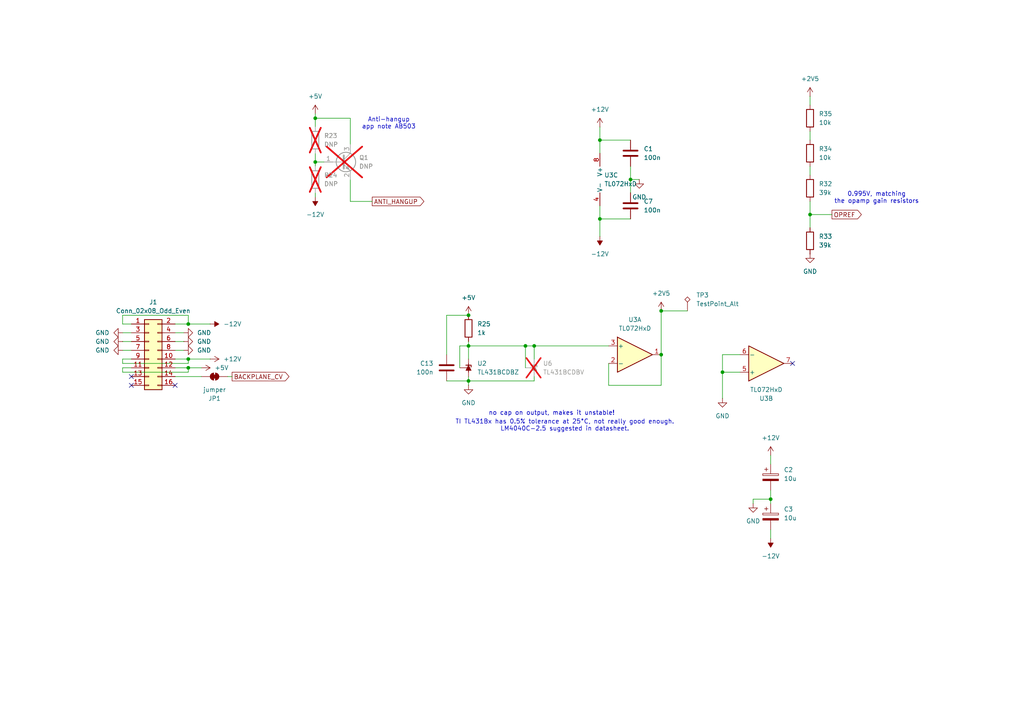
<source format=kicad_sch>
(kicad_sch (version 20250114) (generator "eeschema") (generator_version "9.0")
  (paper "A4")
  (title_block (title "Supply"))
  (lib_symbols
    (symbol "Amplifier_Operational:TL072" (pin_names (offset 0.127))
      (property "Reference" "U" (at 0 5.08 0))
      (property "Value" "TL072" (at 0 -5.08 0))
      (symbol "TL072_1_1"
        (polyline (pts (xy -5.08 5.08) (xy 5.08 0) (xy -5.08 -5.08) (xy -5.08 5.08)) (stroke (width 0.254)) (fill (type background)))
        (pin input line (at -7.62 2.54 0) (length 2.54) (name "+") (number "3"))
        (pin input line (at -7.62 -2.54 0) (length 2.54) (name "-") (number "2"))
        (pin output line (at 7.62 0 180) (length 2.54) (name "~") (number "1"))
      )
      (symbol "TL072_2_1"
        (polyline (pts (xy -5.08 5.08) (xy 5.08 0) (xy -5.08 -5.08) (xy -5.08 5.08)) (stroke (width 0.254)) (fill (type background)))
        (pin input line (at -7.62 2.54 0) (length 2.54) (name "+") (number "5"))
        (pin input line (at -7.62 -2.54 0) (length 2.54) (name "-") (number "6"))
        (pin output line (at 7.62 0 180) (length 2.54) (name "~") (number "7"))
      )
      (symbol "TL072_3_1"
        (pin power_in line (at -2.54 7.62 270) (length 3.81) (name "V+") (number "8"))
        (pin power_in line (at -2.54 -7.62 90) (length 3.81) (name "V-") (number "4"))
      )
    )
    (symbol "Connector:TestPoint_Alt" (pin_numbers (hide yes)) (pin_names (offset 0.762) (hide yes))
      (property "Reference" "TP" (at 0 6.858 0))
      (property "Value" "TestPoint_Alt" (at 0 5.08 0))
      (symbol "TestPoint_Alt_0_1"
        (polyline (pts (xy 0 2.54) (xy -0.762 3.302) (xy 0 4.064) (xy 0.762 3.302) (xy 0 2.54)))
      )
      (symbol "TestPoint_Alt_1_1"
        (pin passive line (at 0 0 90) (length 2.54) (name "1") (number "1"))
      )
    )
    (symbol "Connector_Generic:Conn_02x08_Odd_Even" (pin_names (offset 1.016) (hide yes))
      (property "Reference" "J" (at 1.27 10.16 0))
      (property "Value" "Conn_02x08_Odd_Even" (at 1.27 -12.7 0))
      (symbol "Conn_02x08_Odd_Even_1_1"
        (rectangle (start -1.27 8.89) (end 3.81 -11.43) (stroke (width 0.254)) (fill (type background)))
        (rectangle (start -1.27 7.747) (end 0 7.493) (stroke (width 0.1524)))
        (rectangle (start -1.27 5.207) (end 0 4.953) (stroke (width 0.1524)))
        (rectangle (start -1.27 2.667) (end 0 2.413) (stroke (width 0.1524)))
        (rectangle (start -1.27 0.127) (end 0 -0.127) (stroke (width 0.1524)))
        (rectangle (start -1.27 -2.413) (end 0 -2.667) (stroke (width 0.1524)))
        (rectangle (start -1.27 -4.953) (end 0 -5.207) (stroke (width 0.1524)))
        (rectangle (start -1.27 -7.493) (end 0 -7.747) (stroke (width 0.1524)))
        (rectangle (start -1.27 -10.033) (end 0 -10.287) (stroke (width 0.1524)))
        (rectangle (start 3.81 7.747) (end 2.54 7.493) (stroke (width 0.1524)))
        (rectangle (start 3.81 5.207) (end 2.54 4.953) (stroke (width 0.1524)))
        (rectangle (start 3.81 2.667) (end 2.54 2.413) (stroke (width 0.1524)))
        (rectangle (start 3.81 0.127) (end 2.54 -0.127) (stroke (width 0.1524)))
        (rectangle (start 3.81 -2.413) (end 2.54 -2.667) (stroke (width 0.1524)))
        (rectangle (start 3.81 -4.953) (end 2.54 -5.207) (stroke (width 0.1524)))
        (rectangle (start 3.81 -7.493) (end 2.54 -7.747) (stroke (width 0.1524)))
        (rectangle (start 3.81 -10.033) (end 2.54 -10.287) (stroke (width 0.1524)))
        (pin passive line (at -5.08 7.62 0) (length 3.81) (name "Pin_1") (number "1"))
        (pin passive line (at -5.08 5.08 0) (length 3.81) (name "Pin_3") (number "3"))
        (pin passive line (at -5.08 2.54 0) (length 3.81) (name "Pin_5") (number "5"))
        (pin passive line (at -5.08 0 0) (length 3.81) (name "Pin_7") (number "7"))
        (pin passive line (at -5.08 -2.54 0) (length 3.81) (name "Pin_9") (number "9"))
        (pin passive line (at -5.08 -5.08 0) (length 3.81) (name "Pin_11") (number "11"))
        (pin passive line (at -5.08 -7.62 0) (length 3.81) (name "Pin_13") (number "13"))
        (pin passive line (at -5.08 -10.16 0) (length 3.81) (name "Pin_15") (number "15"))
        (pin passive line (at 7.62 7.62 180) (length 3.81) (name "Pin_2") (number "2"))
        (pin passive line (at 7.62 5.08 180) (length 3.81) (name "Pin_4") (number "4"))
        (pin passive line (at 7.62 2.54 180) (length 3.81) (name "Pin_6") (number "6"))
        (pin passive line (at 7.62 0 180) (length 3.81) (name "Pin_8") (number "8"))
        (pin passive line (at 7.62 -2.54 180) (length 3.81) (name "Pin_10") (number "10"))
        (pin passive line (at 7.62 -5.08 180) (length 3.81) (name "Pin_12") (number "12"))
        (pin passive line (at 7.62 -7.62 180) (length 3.81) (name "Pin_14") (number "14"))
        (pin passive line (at 7.62 -10.16 180) (length 3.81) (name "Pin_16") (number "16"))
      )
    )
    (symbol "Device:C" (pin_numbers (hide yes)) (pin_names (offset 0.254))
      (property "Reference" "C" (at 0.635 2.54 0))
      (property "Value" "C" (at 0.635 -2.54 0))
      (symbol "C_0_1"
        (polyline (pts (xy -2.032 0.762) (xy 2.032 0.762)) (stroke (width 0.508)))
        (polyline (pts (xy -2.032 -0.762) (xy 2.032 -0.762)) (stroke (width 0.508)))
      )
      (symbol "C_1_1"
        (pin passive line (at 0 3.81 270) (length 2.794) (name "~") (number "1"))
        (pin passive line (at 0 -3.81 90) (length 2.794) (name "~") (number "2"))
      )
    )
    (symbol "Device:C_Polarized" (pin_numbers (hide yes)) (pin_names (offset 0.254))
      (property "Reference" "C" (at 0.635 2.54 0))
      (property "Value" "C_Polarized" (at 0.635 -2.54 0))
      (symbol "C_Polarized_0_1"
        (rectangle (start -2.286 0.508) (end 2.286 1.016))
        (polyline (pts (xy -1.778 2.286) (xy -0.762 2.286)))
        (polyline (pts (xy -1.27 2.794) (xy -1.27 1.778)))
        (rectangle (start 2.286 -0.508) (end -2.286 -1.016) (fill (type outline)))
      )
      (symbol "C_Polarized_1_1"
        (pin passive line (at 0 3.81 270) (length 2.794) (name "~") (number "1"))
        (pin passive line (at 0 -3.81 90) (length 2.794) (name "~") (number "2"))
      )
    )
    (symbol "Device:R" (pin_numbers (hide yes)) (pin_names (offset 0))
      (property "Reference" "R" (at 2.032 0 90))
      (property "Value" "R" (at 0 0 90))
      (symbol "R_0_1"
        (rectangle (start -1.016 -2.54) (end 1.016 2.54) (stroke (width 0.254)))
      )
      (symbol "R_1_1"
        (pin passive line (at 0 3.81 270) (length 1.27) (name "~") (number "1"))
        (pin passive line (at 0 -3.81 90) (length 1.27) (name "~") (number "2"))
      )
    )
    (symbol "Jumper:SolderJumper_2_Bridged" (pin_numbers (hide yes)) (pin_names (offset 0) (hide yes)) (in_bom no)
      (property "Reference" "JP" (at 0 2.032 0))
      (property "Value" "SolderJumper_2_Bridged" (at 0 -2.54 0))
      (symbol "SolderJumper_2_Bridged_0_1"
        (rectangle (start -0.508 0.508) (end 0.508 -0.508) (fill (type outline)))
        (polyline (pts (xy -0.254 1.016) (xy -0.254 -1.016)))
        (arc (start -0.254 -1.016) (mid -1.2656 0) (end -0.254 1.016))
        (arc (start -0.254 -1.016) (mid -1.2656 0) (end -0.254 1.016) (fill (type outline)))
        (arc (start 0.254 1.016) (mid 1.2656 0) (end 0.254 -1.016))
        (arc (start 0.254 1.016) (mid 1.2656 0) (end 0.254 -1.016) (fill (type outline)))
        (polyline (pts (xy 0.254 1.016) (xy 0.254 -1.016)))
      )
      (symbol "SolderJumper_2_Bridged_1_1"
        (pin passive line (at -3.81 0 0) (length 2.54) (name "A") (number "1"))
        (pin passive line (at 3.81 0 180) (length 2.54) (name "B") (number "2"))
      )
    )
    (symbol "Reference_Voltage:TL431DBV" (pin_numbers (hide yes)) (pin_names (hide yes))
      (property "Reference" "U" (at 0 -2.54 0))
      (property "Value" "TL431DBV" (at 0 -4.445 0))
      (symbol "TL431DBV_0_1"
        (polyline (pts (xy -2.54 0) (xy 0 0) (xy 2.54 0)))
        (polyline (pts (xy -0.762 -0.762) (xy -0.762 0.762) (xy 0.762 0) (xy -0.762 -0.762)) (fill (type outline)))
        (polyline (pts (xy 0.254 -0.762) (xy 0.762 -0.762) (xy 0.762 0.762) (xy 0.762 0.762)) (stroke (width 0.254)))
      )
      (symbol "TL431DBV_1_1"
        (polyline (pts (xy 0 1.27) (xy 0 0)))
        (pin passive line (at -2.54 0 0) (length 1.27) (name "A") (number "5"))
        (pin passive line (at 0 2.54 270) (length 2.54) (name "REF") (number "4"))
        (pin passive line (at 2.54 0 180) (length 1.27) (name "K") (number "3"))
      )
    )
    (symbol "Reference_Voltage:TL431DBZ" (pin_numbers (hide yes)) (pin_names (hide yes))
      (property "Reference" "U" (at -2.54 2.54 0))
      (property "Value" "TL431DBZ" (at 0 -2.54 0))
      (symbol "TL431DBZ_0_1"
        (polyline (pts (xy -1.27 0) (xy 0 0) (xy 1.27 0)))
        (polyline (pts (xy -0.762 -0.762) (xy -0.762 0.762) (xy 0.762 0) (xy -0.762 -0.762)) (fill (type outline)))
        (polyline (pts (xy 0.254 -0.762) (xy 0.762 -0.762) (xy 0.762 0.762) (xy 0.762 0.762)) (stroke (width 0.254)))
      )
      (symbol "TL431DBZ_1_1"
        (pin passive line (at -2.54 0 0) (length 2.54) (name "A") (number "3"))
        (pin passive line (at 0 2.54 270) (length 2.54) (name "REF") (number "2"))
        (pin passive line (at 2.54 0 180) (length 2.54) (name "K") (number "1"))
      )
    )
    (symbol "Transistor_BJT:BC847" (pin_names (offset 0) (hide yes))
      (property "Reference" "Q" (at 5.08 1.905 0))
      (property "Value" "BC847" (at 5.08 0 0))
      (symbol "BC847_0_1"
        (polyline (pts (xy -2.54 0) (xy 0.635 0)))
        (polyline (pts (xy 0.635 1.905) (xy 0.635 -1.905)) (stroke (width 0.508)))
        (circle (center 1.27 0) (radius 2.8194) (stroke (width 0.254)))
      )
      (symbol "BC847_1_1"
        (polyline (pts (xy 0.635 0.635) (xy 2.54 2.54)))
        (polyline (pts (xy 0.635 -0.635) (xy 2.54 -2.54)))
        (polyline (pts (xy 1.27 -1.778) (xy 1.778 -1.27) (xy 2.286 -2.286) (xy 1.27 -1.778)) (fill (type outline)))
        (pin input line (at -5.08 0 0) (length 2.54) (name "B") (number "1"))
        (pin passive line (at 2.54 5.08 270) (length 2.54) (name "C") (number "3"))
        (pin passive line (at 2.54 -5.08 90) (length 2.54) (name "E") (number "2"))
      )
    )
    (symbol "power:+12V" (power) (pin_numbers (hide yes)) (pin_names (offset 0) (hide yes))
      (property "Value" "+12V" (at 0 3.556 0))
      (symbol "+12V_0_1"
        (polyline (pts (xy -0.762 1.27) (xy 0 2.54)))
        (polyline (pts (xy 0 2.54) (xy 0.762 1.27)))
        (polyline (pts (xy 0 0) (xy 0 2.54)))
      )
      (symbol "+12V_1_1"
        (pin power_in line (at 0 0 90) (length 0) (name "~") (number "1"))
      )
    )
    (symbol "power:+2V5" (power) (pin_numbers (hide yes)) (pin_names (offset 0) (hide yes))
      (property "Value" "+2V5" (at 0 3.556 0))
      (symbol "+2V5_0_1"
        (polyline (pts (xy -0.762 1.27) (xy 0 2.54)))
        (polyline (pts (xy 0 2.54) (xy 0.762 1.27)))
        (polyline (pts (xy 0 0) (xy 0 2.54)))
      )
      (symbol "+2V5_1_1"
        (pin power_in line (at 0 0 90) (length 0) (name "~") (number "1"))
      )
    )
    (symbol "power:+5V" (power) (pin_numbers (hide yes)) (pin_names (offset 0) (hide yes))
      (property "Value" "+5V" (at 0 3.556 0))
      (symbol "+5V_0_1"
        (polyline (pts (xy -0.762 1.27) (xy 0 2.54)))
        (polyline (pts (xy 0 2.54) (xy 0.762 1.27)))
        (polyline (pts (xy 0 0) (xy 0 2.54)))
      )
      (symbol "+5V_1_1"
        (pin power_in line (at 0 0 90) (length 0) (name "~") (number "1"))
      )
    )
    (symbol "power:-12V" (power) (pin_numbers (hide yes)) (pin_names (offset 0) (hide yes))
      (property "Value" "-12V" (at 0 3.556 0))
      (symbol "-12V_0_0"
        (pin power_in line (at 0 0 90) (length 0) (name "~") (number "1"))
      )
      (symbol "-12V_0_1"
        (polyline (pts (xy 0 0) (xy 0 1.27) (xy 0.762 1.27) (xy 0 2.54) (xy -0.762 1.27) (xy 0 1.27)) (fill (type outline)))
      )
    )
    (symbol "power:GND" (power) (pin_numbers (hide yes)) (pin_names (offset 0) (hide yes))
      (property "Value" "GND" (at 0 -3.81 0))
      (symbol "GND_0_1"
        (polyline (pts (xy 0 0) (xy 0 -1.27) (xy 1.27 -1.27) (xy 0 -2.54) (xy -1.27 -1.27) (xy 0 -1.27)))
      )
      (symbol "GND_1_1"
        (pin power_in line (at 0 0 270) (length 0) (name "~") (number "1"))
      )
    )
  )
  (text "0.995V, matching\nthe opamp gain resistors" (at 254.254 57.404 0) (effects (font (size 1.27 1.27) (thickness 0.1588))))
  (text "no cap on output, makes it unstable!" (at 160.02 119.888 0) (effects (font (size 1.27 1.27) (thickness 0.1588))))
  (text "TI TL431Bx has 0.5% tolerance at 25°C, not really good enough.\nLM4040C-2.5 suggested in datasheet." (at 163.83 123.444 0) (effects (font (size 1.27 1.27))))
  (text "Anti-hangup\napp note AB503" (at 112.776 35.814 0) (effects (font (size 1.27 1.27))))
  (junction (at 191.77 90.17))
  (junction (at 91.44 46.99))
  (junction (at 152.4 100.33))
  (junction (at 135.89 110.49))
  (junction (at 135.89 100.33))
  (junction (at 54.61 104.14))
  (junction (at 182.88 52.07))
  (junction (at 173.99 40.64))
  (junction (at 154.94 100.33))
  (junction (at 54.61 106.68))
  (junction (at 91.44 34.29))
  (junction (at 191.77 102.87))
  (junction (at 234.95 62.23))
  (junction (at 209.55 107.95))
  (junction (at 223.52 144.78))
  (junction (at 54.61 93.98))
  (junction (at 173.99 63.5))
  (junction (at 135.89 91.44))
  (no_connect (at 229.87 105.41))
  (no_connect (at 50.8 111.76))
  (no_connect (at 38.1 109.22))
  (no_connect (at 38.1 111.76))
  (wire (pts (xy 129.54 102.87) (xy 129.54 91.44)))
  (wire (pts (xy 35.56 107.95) (xy 54.61 107.95)))
  (wire (pts (xy 191.77 102.87) (xy 191.77 90.17)))
  (wire (pts (xy 182.88 52.07) (xy 185.42 52.07)))
  (wire (pts (xy 173.99 40.64) (xy 173.99 44.45)))
  (wire (pts (xy 209.55 107.95) (xy 214.63 107.95)))
  (wire (pts (xy 173.99 59.69) (xy 173.99 63.5)))
  (wire (pts (xy 154.94 100.33) (xy 176.53 100.33)))
  (wire (pts (xy 50.8 104.14) (xy 54.61 104.14)))
  (wire (pts (xy 54.61 106.68) (xy 58.42 106.68)))
  (wire (pts (xy 218.44 144.78) (xy 223.52 144.78)))
  (wire (pts (xy 135.89 110.49) (xy 135.89 111.76)))
  (wire (pts (xy 234.95 62.23) (xy 241.3 62.23)))
  (wire (pts (xy 234.95 48.26) (xy 234.95 50.8)))
  (wire (pts (xy 152.4 100.33) (xy 154.94 100.33)))
  (wire (pts (xy 223.52 142.24) (xy 223.52 144.78)))
  (wire (pts (xy 54.61 91.44) (xy 54.61 93.98)))
  (wire (pts (xy 91.44 55.88) (xy 91.44 57.15)))
  (wire (pts (xy 50.8 101.6) (xy 53.34 101.6)))
  (wire (pts (xy 38.1 99.06) (xy 35.56 99.06)))
  (wire (pts (xy 173.99 63.5) (xy 182.88 63.5)))
  (wire (pts (xy 35.56 91.44) (xy 54.61 91.44)))
  (wire (pts (xy 135.89 109.22) (xy 135.89 110.49)))
  (wire (pts (xy 133.35 106.68) (xy 133.35 100.33)))
  (wire (pts (xy 101.6 58.42) (xy 107.95 58.42)))
  (wire (pts (xy 182.88 52.07) (xy 182.88 55.88)))
  (wire (pts (xy 35.56 106.68) (xy 35.56 107.95)))
  (wire (pts (xy 54.61 105.41) (xy 54.61 104.14)))
  (wire (pts (xy 209.55 107.95) (xy 209.55 115.57)))
  (wire (pts (xy 154.94 100.33) (xy 154.94 104.14)))
  (wire (pts (xy 54.61 104.14) (xy 60.96 104.14)))
  (wire (pts (xy 35.56 93.98) (xy 35.56 91.44)))
  (wire (pts (xy 50.8 93.98) (xy 54.61 93.98)))
  (wire (pts (xy 234.95 62.23) (xy 234.95 66.04)))
  (wire (pts (xy 218.44 146.05) (xy 218.44 144.78)))
  (wire (pts (xy 176.53 105.41) (xy 176.53 111.76)))
  (wire (pts (xy 209.55 102.87) (xy 209.55 107.95)))
  (wire (pts (xy 50.8 96.52) (xy 53.34 96.52)))
  (wire (pts (xy 173.99 40.64) (xy 182.88 40.64)))
  (wire (pts (xy 54.61 107.95) (xy 54.61 106.68)))
  (wire (pts (xy 133.35 100.33) (xy 135.89 100.33)))
  (wire (pts (xy 234.95 38.1) (xy 234.95 40.64)))
  (wire (pts (xy 38.1 101.6) (xy 35.56 101.6)))
  (wire (pts (xy 50.8 109.22) (xy 58.42 109.22)))
  (wire (pts (xy 91.44 34.29) (xy 91.44 36.83)))
  (wire (pts (xy 50.8 106.68) (xy 54.61 106.68)))
  (wire (pts (xy 152.4 100.33) (xy 152.4 106.68)))
  (wire (pts (xy 234.95 27.94) (xy 234.95 30.48)))
  (wire (pts (xy 101.6 41.91) (xy 101.6 34.29)))
  (wire (pts (xy 66.04 109.22) (xy 67.31 109.22)))
  (wire (pts (xy 176.53 111.76) (xy 191.77 111.76)))
  (wire (pts (xy 35.56 93.98) (xy 38.1 93.98)))
  (wire (pts (xy 50.8 99.06) (xy 53.34 99.06)))
  (wire (pts (xy 191.77 90.17) (xy 199.39 90.17)))
  (wire (pts (xy 214.63 102.87) (xy 209.55 102.87)))
  (wire (pts (xy 38.1 96.52) (xy 35.56 96.52)))
  (wire (pts (xy 91.44 44.45) (xy 91.44 46.99)))
  (wire (pts (xy 35.56 106.68) (xy 38.1 106.68)))
  (wire (pts (xy 135.89 110.49) (xy 154.94 110.49)))
  (wire (pts (xy 38.1 104.14) (xy 35.56 104.14)))
  (wire (pts (xy 91.44 48.26) (xy 91.44 46.99)))
  (wire (pts (xy 173.99 36.83) (xy 173.99 40.64)))
  (wire (pts (xy 154.94 109.22) (xy 154.94 110.49)))
  (wire (pts (xy 173.99 63.5) (xy 173.99 68.58)))
  (wire (pts (xy 135.89 100.33) (xy 152.4 100.33)))
  (wire (pts (xy 35.56 104.14) (xy 35.56 105.41)))
  (wire (pts (xy 54.61 93.98) (xy 60.96 93.98)))
  (wire (pts (xy 182.88 48.26) (xy 182.88 52.07)))
  (wire (pts (xy 91.44 46.99) (xy 93.98 46.99)))
  (wire (pts (xy 223.52 153.67) (xy 223.52 156.21)))
  (wire (pts (xy 135.89 100.33) (xy 135.89 104.14)))
  (wire (pts (xy 129.54 110.49) (xy 135.89 110.49)))
  (wire (pts (xy 91.44 33.02) (xy 91.44 34.29)))
  (wire (pts (xy 35.56 105.41) (xy 54.61 105.41)))
  (wire (pts (xy 191.77 111.76) (xy 191.77 102.87)))
  (wire (pts (xy 129.54 91.44) (xy 135.89 91.44)))
  (wire (pts (xy 135.89 99.06) (xy 135.89 100.33)))
  (wire (pts (xy 234.95 58.42) (xy 234.95 62.23)))
  (wire (pts (xy 101.6 34.29) (xy 91.44 34.29)))
  (wire (pts (xy 223.52 144.78) (xy 223.52 146.05)))
  (wire (pts (xy 101.6 52.07) (xy 101.6 58.42)))
  (wire (pts (xy 223.52 132.08) (xy 223.52 134.62)))
  (global_label "BACKPLANE_CV" (shape output) (at 67.31 109.22 0) (property "Intersheetrefs" "${INTERSHEET_REFS}" (effects (hide yes))))
  (global_label "OPREF" (shape output) (at 241.3 62.23 0) (property "Intersheetrefs" "${INTERSHEET_REFS}" (effects (hide yes))))
  (global_label "ANTI_HANGUP" (shape output) (at 107.95 58.42 0) (property "Intersheetrefs" "${INTERSHEET_REFS}" (effects (hide yes))))
  (symbol (lib_id "Device:C_Polarized") (at 223.52 149.86 0) (unit 1)
    (property "Reference" "C3" (at 227.33 147.7009 0) (effects (justify left)))
    (property "Value" "10u" (at 227.33 150.2409 0) (effects (justify left)))
    (property "Footprint" "Capacitor_THT:CP_Radial_D5.0mm_P2.50mm" (effects (hide yes)))
    (property "Description" "Polarized capacitor" (effects (hide yes)))
  )
  (symbol (lib_id "power:+5V") (at 135.89 91.44 0) (unit 1)
    (property "Reference" "#PWR01" (effects (hide yes)))
    (property "Value" "+5V" (at 135.89 86.36 0))
    (property "Description" "Power symbol creates a global label with name \"+5V\"" (effects (hide yes)))
  )
  (symbol (lib_id "Reference_Voltage:TL431DBV") (at 154.94 106.68 90) (unit 1) (dnp yes)
    (property "Reference" "U6" (at 157.48 105.4099 90) (effects (justify right)))
    (property "Value" "TL431BCDBV" (at 157.48 107.9499 90) (effects (justify right)))
    (property "Footprint" "Package_TO_SOT_SMD:SOT-23-5" (effects (hide yes)))
    (property "Datasheet" "http://www.ti.com/lit/ds/symlink/tl431.pdf" (effects (hide yes)))
    (property "Description" "Shunt Regulator, SOT-23-5" (effects (hide yes)))
  )
  (symbol (lib_id "power:-12V") (at 223.52 156.21 180) (unit 1)
    (property "Reference" "#PWR016" (effects (hide yes)))
    (property "Value" "-12V" (at 223.52 161.29 0))
    (property "Description" "Power symbol creates a global label with name \"-12V\"" (effects (hide yes)))
  )
  (symbol (lib_id "power:-12V") (at 173.99 68.58 180) (unit 1)
    (property "Reference" "#PWR028" (effects (hide yes)))
    (property "Value" "-12V" (at 173.99 73.66 0))
    (property "Description" "Power symbol creates a global label with name \"-12V\"" (effects (hide yes)))
  )
  (symbol (lib_id "power:+5V") (at 58.42 106.68 270) (unit 1)
    (property "Reference" "#PWR012" (effects (hide yes)))
    (property "Value" "+5V" (at 62.23 106.6799 90) (effects (justify left)))
    (property "Description" "Power symbol creates a global label with name \"+5V\"" (effects (hide yes)))
  )
  (symbol (lib_id "power:GND") (at 53.34 99.06 90) (unit 1)
    (property "Reference" "#PWR04" (effects (hide yes)))
    (property "Value" "GND" (at 57.15 99.0599 90) (effects (justify right)))
    (property "Description" "Power symbol creates a global label with name \"GND\" , ground" (effects (hide yes)))
  )
  (symbol (lib_id "Device:C") (at 182.88 44.45 0) (unit 1)
    (property "Reference" "C1" (at 186.69 43.1799 0) (effects (justify left)))
    (property "Value" "100n" (at 186.69 45.7199 0) (effects (justify left)))
    (property "Footprint" "Capacitor_SMD:C_0603_1608Metric_Pad1.08x0.95mm_HandSolder" (effects (hide yes)))
    (property "Description" "Unpolarized capacitor" (effects (hide yes)))
  )
  (symbol (lib_id "Transistor_BJT:BC847") (at 99.06 46.99 0) (unit 1) (dnp yes)
    (property "Reference" "Q1" (at 104.14 45.7199 0) (effects (justify left)))
    (property "Value" "DNP" (at 104.14 48.2599 0) (effects (justify left)))
    (property "Footprint" "Package_TO_SOT_SMD:SOT-23" (effects (hide yes)))
    (property "Datasheet" "http://www.infineon.com/dgdl/Infineon-BC847SERIES_BC848SERIES_BC849SERIES_BC850SERIES-DS-v01_01-en.pdf?fileId=db3a304314dca389011541d4630a1657" (effects (hide yes)))
    (property "Description" "0.1A Ic, 45V Vce, NPN Transistor, SOT-23" (effects (hide yes)))
    (property "Sim.Device" "NPN" (effects (hide yes)))
    (property "Sim.Pins" "1=B 2=E 3=C" (effects (hide yes)))
  )
  (symbol (lib_id "Device:R") (at 91.44 52.07 0) (unit 1) (dnp yes)
    (property "Reference" "R24" (at 93.98 50.7999 0) (effects (justify left)))
    (property "Value" "DNP" (at 93.98 53.3399 0) (effects (justify left)))
    (property "Footprint" "Resistor_SMD:R_0603_1608Metric_Pad0.98x0.95mm_HandSolder" (effects (hide yes)))
    (property "Description" "Resistor" (effects (hide yes)))
  )
  (symbol (lib_id "Device:R") (at 91.44 40.64 0) (unit 1) (dnp yes)
    (property "Reference" "R23" (at 93.98 39.3699 0) (effects (justify left)))
    (property "Value" "DNP" (at 93.98 41.9099 0) (effects (justify left)))
    (property "Footprint" "Resistor_SMD:R_0603_1608Metric_Pad0.98x0.95mm_HandSolder" (effects (hide yes)))
    (property "Description" "Resistor" (effects (hide yes)))
  )
  (symbol (lib_id "power:-12V") (at 60.96 93.98 270) (unit 1)
    (property "Reference" "#PWR02" (effects (hide yes)))
    (property "Value" "-12V" (at 64.77 93.9799 90) (effects (justify left)))
    (property "Description" "Power symbol creates a global label with name \"-12V\"" (effects (hide yes)))
  )
  (symbol (lib_id "Reference_Voltage:TL431DBZ") (at 135.89 106.68 90) (unit 1)
    (property "Reference" "U2" (at 138.43 105.4099 90) (effects (justify right)))
    (property "Value" "TL431BCDBZ" (at 138.43 107.9499 90) (effects (justify right)))
    (property "Footprint" "Package_TO_SOT_SMD:SOT-23" (effects (hide yes)))
    (property "Datasheet" "http://www.ti.com/lit/ds/symlink/tl431.pdf" (effects (hide yes)))
    (property "Description" "Shunt Regulator, SOT-23" (effects (hide yes)))
  )
  (symbol (lib_id "Device:R") (at 135.89 95.25 180) (unit 1)
    (property "Reference" "R25" (at 138.43 93.9799 0) (effects (justify right)))
    (property "Value" "1k" (at 138.43 96.5199 0) (effects (justify right)))
    (property "Footprint" "Resistor_SMD:R_0603_1608Metric_Pad0.98x0.95mm_HandSolder" (effects (hide yes)))
    (property "Description" "Resistor" (effects (hide yes)))
  )
  (symbol (lib_id "power:+12V") (at 173.99 36.83 0) (unit 1)
    (property "Reference" "#PWR057" (effects (hide yes)))
    (property "Value" "+12V" (at 173.99 31.75 0))
    (property "Description" "Power symbol creates a global label with name \"+12V\"" (effects (hide yes)))
  )
  (symbol (lib_id "power:GND") (at 234.95 73.66 0) (unit 1)
    (property "Reference" "#PWR056" (effects (hide yes)))
    (property "Value" "GND" (at 234.95 78.74 0))
    (property "Description" "Power symbol creates a global label with name \"GND\" , ground" (effects (hide yes)))
  )
  (symbol (lib_id "power:-12V") (at 91.44 57.15 180) (unit 1)
    (property "Reference" "#PWR048" (effects (hide yes)))
    (property "Value" "-12V" (at 91.44 62.23 0))
    (property "Description" "Power symbol creates a global label with name \"-12V\"" (effects (hide yes)))
  )
  (symbol (lib_id "power:+5V") (at 91.44 33.02 0) (unit 1)
    (property "Reference" "#PWR047" (effects (hide yes)))
    (property "Value" "+5V" (at 91.44 27.94 0))
    (property "Description" "Power symbol creates a global label with name \"+5V\"" (effects (hide yes)))
  )
  (symbol (lib_id "Connector_Generic:Conn_02x08_Odd_Even") (at 43.18 101.6 0) (unit 1)
    (property "Reference" "J1" (at 44.45 87.63 0))
    (property "Value" "Conn_02x08_Odd_Even" (at 44.45 90.17 0))
    (property "Footprint" "Eurorack:IDC-Header_2x08_P2.54mm_Vertical" (effects (hide yes)))
    (property "Description" "Generic connector, double row, 02x08, odd/even pin numbering scheme (row 1 odd numbers, row 2 even numbers), script generated (kicad-library-utils/schlib/autogen/connector/)" (effects (hide yes)))
  )
  (symbol (lib_id "Device:C") (at 182.88 59.69 0) (unit 1)
    (property "Reference" "C7" (at 186.69 58.4199 0) (effects (justify left)))
    (property "Value" "100n" (at 186.69 60.9599 0) (effects (justify left)))
    (property "Footprint" "Capacitor_SMD:C_0603_1608Metric_Pad1.08x0.95mm_HandSolder" (effects (hide yes)))
    (property "Description" "Unpolarized capacitor" (effects (hide yes)))
  )
  (symbol (lib_id "power:+2V5") (at 234.95 27.94 0) (unit 1)
    (property "Reference" "#PWR055" (effects (hide yes)))
    (property "Value" "+2V5" (at 234.95 22.86 0))
    (property "Description" "Power symbol creates a global label with name \"+2V5\"" (effects (hide yes)))
  )
  (symbol (lib_id "power:+12V") (at 223.52 132.08 0) (unit 1)
    (property "Reference" "#PWR013" (effects (hide yes)))
    (property "Value" "+12V" (at 223.52 127 0))
    (property "Description" "Power symbol creates a global label with name \"+12V\"" (effects (hide yes)))
  )
  (symbol (lib_id "Amplifier_Operational:TL072") (at 176.53 52.07 0) (unit 3)
    (property "Reference" "U3" (at 175.26 50.7999 0) (effects (justify left)))
    (property "Value" "TL072HxD" (at 175.26 53.3399 0) (effects (justify left)))
    (property "Footprint" "Package_SO:SOIC-8_3.9x4.9mm_P1.27mm" (effects (hide yes)))
    (property "Datasheet" "http://www.ti.com/lit/ds/symlink/tl071.pdf" (effects (hide yes)))
    (property "Description" "Dual Low-Noise JFET-Input Operational Amplifiers, DIP-8/SOIC-8" (effects (hide yes)))
  )
  (symbol (lib_id "power:+2V5") (at 191.77 90.17 0) (unit 1)
    (property "Reference" "#PWR011" (effects (hide yes)))
    (property "Value" "+2V5" (at 191.77 85.09 0))
    (property "Description" "Power symbol creates a global label with name \"+2V5\"" (effects (hide yes)))
  )
  (symbol (lib_id "Jumper:SolderJumper_2_Bridged") (at 62.23 109.22 0) (unit 1) (in_bom no)
    (property "Reference" "JP1" (at 62.23 115.57 0))
    (property "Value" "jumper" (at 62.23 113.03 0))
    (property "Footprint" "Jumper:SolderJumper-2_P1.3mm_Bridged2Bar_Pad1.0x1.5mm" (effects (hide yes)))
    (property "Description" "Solder Jumper, 2-pole, closed/bridged" (effects (hide yes)))
  )
  (symbol (lib_id "Amplifier_Operational:TL072") (at 222.25 105.41 0) (mirror x) (unit 2)
    (property "Reference" "U3" (at 222.25 115.57 0))
    (property "Value" "TL072HxD" (at 222.25 113.03 0))
    (property "Footprint" "Package_SO:SOIC-8_3.9x4.9mm_P1.27mm" (effects (hide yes)))
    (property "Datasheet" "http://www.ti.com/lit/ds/symlink/tl071.pdf" (effects (hide yes)))
    (property "Description" "Dual Low-Noise JFET-Input Operational Amplifiers, DIP-8/SOIC-8" (effects (hide yes)))
  )
  (symbol (lib_id "Connector:TestPoint_Alt") (at 199.39 90.17 0) (mirror y) (unit 1)
    (property "Reference" "TP3" (at 201.93 85.5979 0) (effects (justify right)))
    (property "Value" "TestPoint_Alt" (at 201.93 88.1379 0) (effects (justify right)))
    (property "Footprint" "Holes:TP_0.9mm" (effects (hide yes)))
    (property "Description" "test point (alternative shape)" (effects (hide yes)))
  )
  (symbol (lib_id "power:GND") (at 35.56 96.52 270) (unit 1)
    (property "Reference" "#PWR06" (effects (hide yes)))
    (property "Value" "GND" (at 31.75 96.5201 90) (effects (justify right)))
    (property "Description" "Power symbol creates a global label with name \"GND\" , ground" (effects (hide yes)))
  )
  (symbol (lib_id "power:GND") (at 218.44 146.05 0) (unit 1)
    (property "Reference" "#PWR015" (effects (hide yes)))
    (property "Value" "GND" (at 218.44 151.13 0))
    (property "Description" "Power symbol creates a global label with name \"GND\" , ground" (effects (hide yes)))
  )
  (symbol (lib_id "Device:C_Polarized") (at 223.52 138.43 0) (unit 1)
    (property "Reference" "C2" (at 227.33 136.2709 0) (effects (justify left)))
    (property "Value" "10u" (at 227.33 138.8109 0) (effects (justify left)))
    (property "Footprint" "Capacitor_THT:CP_Radial_D5.0mm_P2.50mm" (effects (hide yes)))
    (property "Description" "Polarized capacitor" (effects (hide yes)))
  )
  (symbol (lib_id "Device:C") (at 129.54 106.68 0) (mirror x) (unit 1)
    (property "Reference" "C13" (at 125.73 105.4099 0) (effects (justify right)))
    (property "Value" "100n" (at 125.73 107.9499 0) (effects (justify right)))
    (property "Footprint" "Capacitor_SMD:C_0603_1608Metric_Pad1.08x0.95mm_HandSolder" (effects (hide yes)))
    (property "Description" "Unpolarized capacitor" (effects (hide yes)))
  )
  (symbol (lib_id "power:GND") (at 35.56 99.06 270) (unit 1)
    (property "Reference" "#PWR07" (effects (hide yes)))
    (property "Value" "GND" (at 31.75 99.0601 90) (effects (justify right)))
    (property "Description" "Power symbol creates a global label with name \"GND\" , ground" (effects (hide yes)))
  )
  (symbol (lib_id "power:GND") (at 135.89 111.76 0) (unit 1)
    (property "Reference" "#PWR010" (effects (hide yes)))
    (property "Value" "GND" (at 135.89 116.84 0))
    (property "Description" "Power symbol creates a global label with name \"GND\" , ground" (effects (hide yes)))
  )
  (symbol (lib_id "Amplifier_Operational:TL072") (at 184.15 102.87 0) (unit 1)
    (property "Reference" "U3" (at 184.15 92.71 0))
    (property "Value" "TL072HxD" (at 184.15 95.25 0))
    (property "Footprint" "Package_SO:SOIC-8_3.9x4.9mm_P1.27mm" (effects (hide yes)))
    (property "Datasheet" "http://www.ti.com/lit/ds/symlink/tl071.pdf" (effects (hide yes)))
    (property "Description" "Dual Low-Noise JFET-Input Operational Amplifiers, DIP-8/SOIC-8" (effects (hide yes)))
  )
  (symbol (lib_id "power:GND") (at 35.56 101.6 270) (unit 1)
    (property "Reference" "#PWR08" (effects (hide yes)))
    (property "Value" "GND" (at 31.75 101.6001 90) (effects (justify right)))
    (property "Description" "Power symbol creates a global label with name \"GND\" , ground" (effects (hide yes)))
  )
  (symbol (lib_id "power:GND") (at 53.34 101.6 90) (unit 1)
    (property "Reference" "#PWR05" (effects (hide yes)))
    (property "Value" "GND" (at 57.15 101.5999 90) (effects (justify right)))
    (property "Description" "Power symbol creates a global label with name \"GND\" , ground" (effects (hide yes)))
  )
  (symbol (lib_id "power:GND") (at 209.55 115.57 0) (unit 1)
    (property "Reference" "#PWR059" (effects (hide yes)))
    (property "Value" "GND" (at 209.55 120.65 0))
    (property "Description" "Power symbol creates a global label with name \"GND\" , ground" (effects (hide yes)))
  )
  (symbol (lib_id "power:GND") (at 53.34 96.52 90) (unit 1)
    (property "Reference" "#PWR03" (effects (hide yes)))
    (property "Value" "GND" (at 57.15 96.5199 90) (effects (justify right)))
    (property "Description" "Power symbol creates a global label with name \"GND\" , ground" (effects (hide yes)))
  )
  (symbol (lib_id "Device:R") (at 234.95 34.29 0) (unit 1)
    (property "Reference" "R35" (at 237.49 33.0199 0) (effects (justify left)))
    (property "Value" "10k" (at 237.49 35.5599 0) (effects (justify left)))
    (property "Footprint" "Resistor_SMD:R_0603_1608Metric_Pad0.98x0.95mm_HandSolder" (effects (hide yes)))
    (property "Description" "Resistor" (effects (hide yes)))
  )
  (symbol (lib_id "Device:R") (at 234.95 54.61 0) (unit 1)
    (property "Reference" "R32" (at 237.49 53.3399 0) (effects (justify left)))
    (property "Value" "39k" (at 237.49 55.8799 0) (effects (justify left)))
    (property "Footprint" "Resistor_SMD:R_0603_1608Metric_Pad0.98x0.95mm_HandSolder" (effects (hide yes)))
    (property "Description" "Resistor" (effects (hide yes)))
  )
  (symbol (lib_id "power:GND") (at 185.42 52.07 0) (unit 1)
    (property "Reference" "#PWR023" (effects (hide yes)))
    (property "Value" "GND" (at 185.42 57.15 0))
    (property "Description" "Power symbol creates a global label with name \"GND\" , ground" (effects (hide yes)))
  )
  (symbol (lib_id "Device:R") (at 234.95 44.45 180) (unit 1)
    (property "Reference" "R34" (at 237.49 43.1799 0) (effects (justify right)))
    (property "Value" "10k" (at 237.49 45.7199 0) (effects (justify right)))
    (property "Footprint" "Resistor_SMD:R_0603_1608Metric_Pad0.98x0.95mm_HandSolder" (effects (hide yes)))
    (property "Description" "Resistor" (effects (hide yes)))
  )
  (symbol (lib_id "power:+12V") (at 60.96 104.14 270) (unit 1)
    (property "Reference" "#PWR09" (effects (hide yes)))
    (property "Value" "+12V" (at 64.77 104.1399 90) (effects (justify left)))
    (property "Description" "Power symbol creates a global label with name \"+12V\"" (effects (hide yes)))
  )
  (symbol (lib_id "Device:R") (at 234.95 69.85 0) (unit 1)
    (property "Reference" "R33" (at 237.49 68.5799 0) (effects (justify left)))
    (property "Value" "39k" (at 237.49 71.1199 0) (effects (justify left)))
    (property "Footprint" "Resistor_SMD:R_0603_1608Metric_Pad0.98x0.95mm_HandSolder" (effects (hide yes)))
    (property "Description" "Resistor" (effects (hide yes)))
  )
)
</source>
